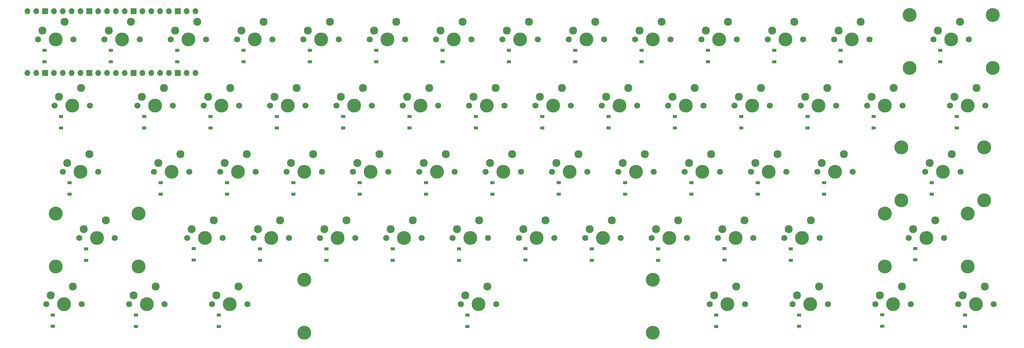
<source format=gbr>
%TF.GenerationSoftware,KiCad,Pcbnew,6.0.6-3a73a75311~116~ubuntu21.10.1*%
%TF.CreationDate,2022-10-26T18:33:10+02:00*%
%TF.ProjectId,Keyboard,4b657962-6f61-4726-942e-6b696361645f,rev?*%
%TF.SameCoordinates,Original*%
%TF.FileFunction,Soldermask,Bot*%
%TF.FilePolarity,Negative*%
%FSLAX46Y46*%
G04 Gerber Fmt 4.6, Leading zero omitted, Abs format (unit mm)*
G04 Created by KiCad (PCBNEW 6.0.6-3a73a75311~116~ubuntu21.10.1) date 2022-10-26 18:33:10*
%MOMM*%
%LPD*%
G01*
G04 APERTURE LIST*
%ADD10C,1.750000*%
%ADD11C,3.987800*%
%ADD12C,2.300000*%
%ADD13O,1.700000X1.700000*%
%ADD14R,1.700000X1.700000*%
%ADD15C,4.000000*%
%ADD16R,1.200000X0.900000*%
G04 APERTURE END LIST*
D10*
%TO.C,SW9*%
X231294900Y-65403300D03*
D11*
X236374900Y-65403300D03*
D10*
X241454900Y-65403300D03*
D12*
X232564900Y-62863300D03*
X238914900Y-60323300D03*
%TD*%
D10*
%TO.C,SW33*%
X169376500Y-103499000D03*
X179536500Y-103499000D03*
D11*
X174456500Y-103499000D03*
D12*
X170646500Y-100959000D03*
X176996500Y-98419000D03*
%TD*%
D10*
%TO.C,SW4*%
X136044900Y-65403300D03*
D11*
X141124900Y-65403300D03*
D10*
X146204900Y-65403300D03*
D12*
X137314900Y-62863300D03*
X143664900Y-60323300D03*
%TD*%
D10*
%TO.C,SW30*%
X112228700Y-103499300D03*
X122388700Y-103499300D03*
D11*
X117308700Y-103499300D03*
D12*
X113498700Y-100959300D03*
X119848700Y-98419300D03*
%TD*%
D10*
%TO.C,SW42*%
X90799000Y-122547800D03*
X100959000Y-122547800D03*
D11*
X95879000Y-122547800D03*
D12*
X92069000Y-120007800D03*
X98419000Y-117467800D03*
%TD*%
D10*
%TO.C,SW25*%
X289075500Y-84450200D03*
X278915500Y-84450200D03*
D11*
X283995500Y-84450200D03*
D12*
X280185500Y-81910200D03*
X286535500Y-79370200D03*
%TD*%
D10*
%TO.C,SW28*%
X340814500Y-84450500D03*
X350974500Y-84450500D03*
D11*
X345894500Y-84450500D03*
D12*
X342084500Y-81910500D03*
X348434500Y-79370500D03*
%TD*%
D11*
%TO.C,SW49*%
X241123500Y-122548100D03*
D10*
X246203500Y-122548100D03*
X236043500Y-122548100D03*
D12*
X237313500Y-120008100D03*
X243663500Y-117468100D03*
%TD*%
D10*
%TO.C,SW12*%
X288444900Y-65403300D03*
D11*
X293524900Y-65403300D03*
D10*
X298604900Y-65403300D03*
D12*
X289714900Y-62863300D03*
X296064900Y-60323300D03*
%TD*%
D11*
%TO.C,SW20*%
X188745500Y-84450200D03*
D10*
X183665500Y-84450200D03*
X193825500Y-84450200D03*
D12*
X184935500Y-81910200D03*
X191285500Y-79370200D03*
%TD*%
D10*
%TO.C,SW11*%
X269394900Y-65403300D03*
X279554900Y-65403300D03*
D11*
X274474900Y-65403300D03*
D12*
X270664900Y-62863300D03*
X277014900Y-60323300D03*
%TD*%
D10*
%TO.C,SW40*%
X312886500Y-103499000D03*
X302726500Y-103499000D03*
D11*
X307806500Y-103499000D03*
D12*
X303996500Y-100959000D03*
X310346500Y-98419000D03*
%TD*%
D13*
%TO.C,U1*%
X75851000Y-57305400D03*
X78391000Y-57305400D03*
D14*
X80931000Y-57305400D03*
D13*
X83471000Y-57305400D03*
X86011000Y-57305400D03*
X88551000Y-57305400D03*
X91091000Y-57305400D03*
D14*
X93631000Y-57305400D03*
D13*
X96171000Y-57305400D03*
X98711000Y-57305400D03*
X101251000Y-57305400D03*
X103791000Y-57305400D03*
D14*
X106331000Y-57305400D03*
D13*
X108871000Y-57305400D03*
X111411000Y-57305400D03*
X113951000Y-57305400D03*
X116491000Y-57305400D03*
D14*
X119031000Y-57305400D03*
D13*
X121571000Y-57305400D03*
X124111000Y-57305400D03*
X124111000Y-75085400D03*
X121571000Y-75085400D03*
D14*
X119031000Y-75085400D03*
D13*
X116491000Y-75085400D03*
X113951000Y-75085400D03*
X111411000Y-75085400D03*
X108871000Y-75085400D03*
D14*
X106331000Y-75085400D03*
D13*
X103791000Y-75085400D03*
X101251000Y-75085400D03*
X98711000Y-75085400D03*
X96171000Y-75085400D03*
D14*
X93631000Y-75085400D03*
D13*
X91091000Y-75085400D03*
X88551000Y-75085400D03*
X86011000Y-75085400D03*
X83471000Y-75085400D03*
D14*
X80931000Y-75085400D03*
D13*
X78391000Y-75085400D03*
X75851000Y-75085400D03*
%TD*%
D10*
%TO.C,SW23*%
X250975500Y-84450200D03*
X240815500Y-84450200D03*
D11*
X245895500Y-84450200D03*
D12*
X242085500Y-81910200D03*
X248435500Y-79370200D03*
%TD*%
D10*
%TO.C,SW31*%
X131277500Y-103499300D03*
D11*
X136357500Y-103499300D03*
D10*
X141437500Y-103499300D03*
D12*
X132547500Y-100959300D03*
X138897500Y-98419300D03*
%TD*%
D11*
%TO.C,SW50*%
X260173500Y-122548100D03*
D10*
X265253500Y-122548100D03*
X255093500Y-122548100D03*
D12*
X256363500Y-120008100D03*
X262713500Y-117468100D03*
%TD*%
D10*
%TO.C,SW51*%
X284303500Y-122548100D03*
D11*
X279223500Y-122548100D03*
D10*
X274143500Y-122548100D03*
D12*
X275413500Y-120008100D03*
X281763500Y-117468100D03*
%TD*%
D10*
%TO.C,SW17*%
X126515500Y-84450200D03*
X136675500Y-84450200D03*
D11*
X131595500Y-84450200D03*
D12*
X127785500Y-81910200D03*
X134135500Y-79370200D03*
%TD*%
D10*
%TO.C,SW38*%
X274786500Y-103499000D03*
D11*
X269706500Y-103499000D03*
D10*
X264626500Y-103499000D03*
D12*
X265896500Y-100959000D03*
X272246500Y-98419000D03*
%TD*%
D10*
%TO.C,SW37*%
X245576500Y-103499000D03*
X255736500Y-103499000D03*
D11*
X250656500Y-103499000D03*
D12*
X246846500Y-100959000D03*
X253196500Y-98419000D03*
%TD*%
D10*
%TO.C,SW55*%
X115245400Y-141596900D03*
X105085400Y-141596900D03*
D11*
X110165400Y-141596900D03*
D12*
X106355400Y-139056900D03*
X112705400Y-136516900D03*
%TD*%
D10*
%TO.C,SW14*%
X346229900Y-65403300D03*
X336069900Y-65403300D03*
D11*
X341149900Y-65403300D03*
D12*
X337339900Y-62863300D03*
X343689900Y-60323300D03*
%TD*%
D11*
%TO.C,SW13*%
X312574900Y-65403300D03*
D10*
X317654900Y-65403300D03*
X307494900Y-65403300D03*
D12*
X308764900Y-62863300D03*
X315114900Y-60323300D03*
%TD*%
D11*
%TO.C,SW27*%
X322083500Y-84450200D03*
D10*
X317003500Y-84450200D03*
X327163500Y-84450200D03*
D12*
X318273500Y-81910200D03*
X324623500Y-79370200D03*
%TD*%
D11*
%TO.C,SW16*%
X112546500Y-84450500D03*
D10*
X117626500Y-84450500D03*
X107466500Y-84450500D03*
D12*
X108736500Y-81910500D03*
X115086500Y-79370500D03*
%TD*%
D10*
%TO.C,SW44*%
X140802100Y-122547800D03*
X150962100Y-122547800D03*
D11*
X145882100Y-122547800D03*
D12*
X142072100Y-120007800D03*
X148422100Y-117467800D03*
%TD*%
D10*
%TO.C,SW43*%
X131913100Y-122548100D03*
X121753100Y-122548100D03*
D11*
X126833100Y-122548100D03*
D12*
X123023100Y-120008100D03*
X129373100Y-117468100D03*
%TD*%
D11*
%TO.C,SW32*%
X155406500Y-103499000D03*
D10*
X150326500Y-103499000D03*
X160486500Y-103499000D03*
D12*
X151596500Y-100959000D03*
X157946500Y-98419000D03*
%TD*%
D11*
%TO.C,SW24*%
X264945500Y-84450200D03*
D10*
X259865500Y-84450200D03*
X270025500Y-84450200D03*
D12*
X261135500Y-81910200D03*
X267485500Y-79370200D03*
%TD*%
D11*
%TO.C,SW46*%
X183973500Y-122548100D03*
D10*
X178893500Y-122548100D03*
X189053500Y-122548100D03*
D12*
X180163500Y-120008100D03*
X186513500Y-117468100D03*
%TD*%
D10*
%TO.C,SW52*%
X303352300Y-122548100D03*
X293192300Y-122548100D03*
D11*
X298272300Y-122548100D03*
D12*
X294462300Y-120008100D03*
X300812300Y-117468100D03*
%TD*%
D11*
%TO.C,SW39*%
X288756500Y-103499000D03*
D10*
X283676500Y-103499000D03*
X293836500Y-103499000D03*
D12*
X284946500Y-100959000D03*
X291296500Y-98419000D03*
%TD*%
D11*
%TO.C,SW15*%
X88735500Y-84450500D03*
D10*
X83655500Y-84450500D03*
X93815500Y-84450500D03*
D12*
X84925500Y-81910500D03*
X91275500Y-79370500D03*
%TD*%
D10*
%TO.C,SW21*%
X202715500Y-84450200D03*
D11*
X207795500Y-84450200D03*
D10*
X212875500Y-84450200D03*
D12*
X203985500Y-81910200D03*
X210335500Y-79370200D03*
%TD*%
D10*
%TO.C,SW8*%
X222404900Y-65403300D03*
D11*
X217324900Y-65403300D03*
D10*
X212244900Y-65403300D03*
D12*
X213514900Y-62863300D03*
X219864900Y-60323300D03*
%TD*%
D11*
%TO.C,SW3*%
X122074900Y-65403300D03*
D10*
X127154900Y-65403300D03*
X116994900Y-65403300D03*
D12*
X118264900Y-62863300D03*
X124614900Y-60323300D03*
%TD*%
D10*
%TO.C,SW29*%
X86035100Y-103499300D03*
D11*
X91115100Y-103499300D03*
D10*
X96195100Y-103499300D03*
D12*
X87305100Y-100959300D03*
X93655100Y-98419300D03*
%TD*%
D10*
%TO.C,SW58*%
X271762400Y-141596900D03*
D11*
X276842400Y-141596900D03*
D10*
X281922400Y-141596900D03*
D12*
X273032400Y-139056900D03*
X279382400Y-136516900D03*
%TD*%
D10*
%TO.C,SW53*%
X339068800Y-122548100D03*
D11*
X333988800Y-122548100D03*
D10*
X328908800Y-122548100D03*
D12*
X330178800Y-120008100D03*
X336528800Y-117468100D03*
%TD*%
D11*
%TO.C,STAB4*%
X345895050Y-130803100D03*
D15*
X345895050Y-115563100D03*
X322082550Y-115563100D03*
D11*
X322082550Y-130803100D03*
%TD*%
D10*
%TO.C,SW61*%
X343195400Y-141596900D03*
D11*
X348275400Y-141596900D03*
D10*
X353355400Y-141596900D03*
D12*
X344465400Y-139056900D03*
X350815400Y-136516900D03*
%TD*%
D11*
%TO.C,SW60*%
X324464400Y-141596900D03*
D10*
X319384400Y-141596900D03*
X329544400Y-141596900D03*
D12*
X320654400Y-139056900D03*
X327004400Y-136516900D03*
%TD*%
D11*
%TO.C,SW18*%
X150645500Y-84450200D03*
D10*
X155725500Y-84450200D03*
X145565500Y-84450200D03*
D12*
X146835500Y-81910200D03*
X153185500Y-79370200D03*
%TD*%
D10*
%TO.C,SW26*%
X308125500Y-84450200D03*
X297965500Y-84450200D03*
D11*
X303045500Y-84450200D03*
D12*
X299235500Y-81910200D03*
X305585500Y-79370200D03*
%TD*%
D11*
%TO.C,STAB1*%
X329225850Y-73656700D03*
D15*
X353038350Y-58416700D03*
D11*
X353038350Y-73656700D03*
D15*
X329225850Y-58416700D03*
%TD*%
D11*
%TO.C,SW54*%
X86354600Y-141596600D03*
D10*
X81274600Y-141596600D03*
X91434600Y-141596600D03*
D12*
X82544600Y-139056600D03*
X88894600Y-136516600D03*
%TD*%
D10*
%TO.C,SW2*%
X108104900Y-65403300D03*
D11*
X103024900Y-65403300D03*
D10*
X97944900Y-65403300D03*
D12*
X99214900Y-62863300D03*
X105564900Y-60323300D03*
%TD*%
D11*
%TO.C,SW36*%
X231606500Y-103499000D03*
D10*
X226526500Y-103499000D03*
X236686500Y-103499000D03*
D12*
X227796500Y-100959000D03*
X234146500Y-98419000D03*
%TD*%
D10*
%TO.C,SW5*%
X155094900Y-65403300D03*
X165254900Y-65403300D03*
D11*
X160174900Y-65403300D03*
D12*
X156364900Y-62863300D03*
X162714900Y-60323300D03*
%TD*%
D11*
%TO.C,SW57*%
X205409400Y-141596900D03*
D10*
X210489400Y-141596900D03*
X200329400Y-141596900D03*
D12*
X201599400Y-139056900D03*
X207949400Y-136516900D03*
%TD*%
D10*
%TO.C,SW35*%
X217636500Y-103499000D03*
X207476500Y-103499000D03*
D11*
X212556500Y-103499000D03*
D12*
X208746500Y-100959000D03*
X215096500Y-98419000D03*
%TD*%
D10*
%TO.C,SW19*%
X164615500Y-84450200D03*
X174775500Y-84450200D03*
D11*
X169695500Y-84450200D03*
D12*
X165885500Y-81910200D03*
X172235500Y-79370200D03*
%TD*%
D10*
%TO.C,SW59*%
X305732100Y-141596600D03*
X295572100Y-141596600D03*
D11*
X300652100Y-141596600D03*
D12*
X296842100Y-139056600D03*
X303192100Y-136516600D03*
%TD*%
D11*
%TO.C,SW48*%
X222073500Y-122548100D03*
D10*
X227153500Y-122548100D03*
X216993500Y-122548100D03*
D12*
X218263500Y-120008100D03*
X224613500Y-117468100D03*
%TD*%
D11*
%TO.C,SW10*%
X255424900Y-65403300D03*
D10*
X260504900Y-65403300D03*
X250344900Y-65403300D03*
D12*
X251614900Y-62863300D03*
X257964900Y-60323300D03*
%TD*%
D11*
%TO.C,SW22*%
X226845500Y-84450200D03*
D10*
X231925500Y-84450200D03*
X221765500Y-84450200D03*
D12*
X223035500Y-81910200D03*
X229385500Y-79370200D03*
%TD*%
D15*
%TO.C,STAB3*%
X107785050Y-115563100D03*
D11*
X107785050Y-130803100D03*
X83972550Y-130803100D03*
D15*
X83972550Y-115563100D03*
%TD*%
D10*
%TO.C,SW34*%
X198586500Y-103499000D03*
X188426500Y-103499000D03*
D11*
X193506500Y-103499000D03*
D12*
X189696500Y-100959000D03*
X196046500Y-98419000D03*
%TD*%
D11*
%TO.C,STAB2*%
X350657250Y-111754300D03*
D15*
X350657250Y-96514300D03*
D11*
X326844750Y-111754300D03*
D15*
X326844750Y-96514300D03*
%TD*%
D11*
%TO.C,SW45*%
X164930700Y-122548100D03*
D10*
X159850700Y-122548100D03*
X170010700Y-122548100D03*
D12*
X161120700Y-120008100D03*
X167470700Y-117468100D03*
%TD*%
D10*
%TO.C,SW7*%
X203354900Y-65403300D03*
X193194900Y-65403300D03*
D11*
X198274900Y-65403300D03*
D12*
X194464900Y-62863300D03*
X200814900Y-60323300D03*
%TD*%
D11*
%TO.C,REF\u002A\u002A*%
X155403150Y-149851900D03*
D15*
X255415650Y-134611900D03*
X155403150Y-134611900D03*
D11*
X255415650Y-149851900D03*
%TD*%
D10*
%TO.C,SW41*%
X343831000Y-103499300D03*
D11*
X338751000Y-103499300D03*
D10*
X333671000Y-103499300D03*
D12*
X334941000Y-100959300D03*
X341291000Y-98419300D03*
%TD*%
D10*
%TO.C,SW1*%
X78894900Y-65403300D03*
D11*
X83974900Y-65403300D03*
D10*
X89054900Y-65403300D03*
D12*
X80164900Y-62863300D03*
X86514900Y-60323300D03*
%TD*%
D10*
%TO.C,SW6*%
X184304900Y-65403300D03*
D11*
X179224900Y-65403300D03*
D10*
X174144900Y-65403300D03*
D12*
X175414900Y-62863300D03*
X181764900Y-60323300D03*
%TD*%
D10*
%TO.C,SW47*%
X208103500Y-122548100D03*
X197943500Y-122548100D03*
D11*
X203023500Y-122548100D03*
D12*
X199213500Y-120008100D03*
X205563500Y-117468100D03*
%TD*%
D10*
%TO.C,SW56*%
X139056400Y-141596900D03*
D11*
X133976400Y-141596900D03*
D10*
X128896400Y-141596900D03*
D12*
X130166400Y-139056900D03*
X136516400Y-136516900D03*
%TD*%
D16*
%TO.C,D61*%
X345100400Y-148009400D03*
X345100400Y-144709400D03*
%TD*%
%TO.C,D19*%
X166520500Y-90862700D03*
X166520500Y-87562700D03*
%TD*%
%TO.C,D5*%
X156999900Y-71815800D03*
X156999900Y-68515800D03*
%TD*%
%TO.C,D16*%
X109371500Y-90863000D03*
X109371500Y-87563000D03*
%TD*%
%TO.C,D52*%
X295097300Y-128960600D03*
X295097300Y-125660600D03*
%TD*%
%TO.C,D8*%
X214149900Y-71815800D03*
X214149900Y-68515800D03*
%TD*%
%TO.C,D44*%
X142707100Y-128960300D03*
X142707100Y-125660300D03*
%TD*%
%TO.C,D22*%
X223670500Y-90862700D03*
X223670500Y-87562700D03*
%TD*%
%TO.C,D42*%
X92704000Y-128960300D03*
X92704000Y-125660300D03*
%TD*%
%TO.C,D25*%
X280820500Y-90862700D03*
X280820500Y-87562700D03*
%TD*%
%TO.C,D24*%
X261770500Y-90862700D03*
X261770500Y-87562700D03*
%TD*%
%TO.C,D50*%
X256998500Y-128960600D03*
X256998500Y-125660600D03*
%TD*%
%TO.C,D45*%
X161755700Y-128960600D03*
X161755700Y-125660600D03*
%TD*%
%TO.C,D34*%
X190331500Y-109911500D03*
X190331500Y-106611500D03*
%TD*%
%TO.C,D41*%
X335576200Y-109911500D03*
X335576200Y-106611500D03*
%TD*%
%TO.C,D18*%
X147470500Y-90862700D03*
X147470500Y-87562700D03*
%TD*%
%TO.C,D2*%
X99849900Y-71815800D03*
X99849900Y-68515800D03*
%TD*%
%TO.C,D3*%
X118899900Y-71815800D03*
X118899900Y-68515800D03*
%TD*%
%TO.C,D55*%
X106990400Y-148009400D03*
X106990400Y-144709400D03*
%TD*%
%TO.C,D11*%
X271299900Y-71815800D03*
X271299900Y-68515800D03*
%TD*%
%TO.C,D13*%
X309399900Y-71815800D03*
X309399900Y-68515800D03*
%TD*%
%TO.C,D15*%
X85560500Y-90863000D03*
X85560500Y-87563000D03*
%TD*%
%TO.C,D49*%
X237948500Y-128960600D03*
X237948500Y-125660600D03*
%TD*%
%TO.C,D31*%
X133182500Y-109911800D03*
X133182500Y-106611800D03*
%TD*%
%TO.C,D38*%
X266531500Y-109911500D03*
X266531500Y-106611500D03*
%TD*%
%TO.C,D26*%
X299870500Y-90862700D03*
X299870500Y-87562700D03*
%TD*%
%TO.C,D46*%
X180798500Y-128960600D03*
X180798500Y-125660600D03*
%TD*%
%TO.C,D35*%
X209381500Y-109911500D03*
X209381500Y-106611500D03*
%TD*%
%TO.C,D17*%
X128420500Y-90862700D03*
X128420500Y-87562700D03*
%TD*%
%TO.C,D10*%
X252249900Y-71815800D03*
X252249900Y-68515800D03*
%TD*%
%TO.C,D20*%
X185570500Y-90862700D03*
X185570500Y-87562700D03*
%TD*%
%TO.C,D21*%
X204620500Y-90862700D03*
X204620500Y-87562700D03*
%TD*%
%TO.C,D1*%
X80799900Y-71815800D03*
X80799900Y-68515800D03*
%TD*%
%TO.C,D27*%
X318908500Y-90862700D03*
X318908500Y-87562700D03*
%TD*%
%TO.C,D48*%
X218898500Y-128898100D03*
X218898500Y-125598100D03*
%TD*%
%TO.C,D23*%
X242720500Y-90862700D03*
X242720500Y-87562700D03*
%TD*%
%TO.C,D56*%
X130801400Y-148009400D03*
X130801400Y-144709400D03*
%TD*%
%TO.C,D28*%
X342719500Y-90862700D03*
X342719500Y-87562700D03*
%TD*%
%TO.C,D6*%
X176049900Y-71815800D03*
X176049900Y-68515800D03*
%TD*%
%TO.C,D33*%
X171281500Y-109911500D03*
X171281500Y-106611500D03*
%TD*%
%TO.C,D40*%
X304631500Y-109911500D03*
X304631500Y-106611500D03*
%TD*%
%TO.C,D54*%
X83179600Y-148009100D03*
X83179600Y-144709100D03*
%TD*%
%TO.C,D39*%
X285581500Y-109911500D03*
X285581500Y-106611500D03*
%TD*%
%TO.C,D29*%
X87940100Y-109911800D03*
X87940100Y-106611800D03*
%TD*%
%TO.C,D60*%
X321289400Y-147946900D03*
X321289400Y-144646900D03*
%TD*%
%TO.C,D37*%
X247481500Y-109911500D03*
X247481500Y-106611500D03*
%TD*%
%TO.C,D4*%
X137949900Y-71815800D03*
X137949900Y-68515800D03*
%TD*%
%TO.C,D14*%
X337974900Y-71815800D03*
X337974900Y-68515800D03*
%TD*%
%TO.C,D47*%
X199848500Y-128960600D03*
X199848500Y-125660600D03*
%TD*%
%TO.C,D12*%
X290349900Y-71815800D03*
X290349900Y-68515800D03*
%TD*%
%TO.C,D57*%
X202234400Y-148009400D03*
X202234400Y-144709400D03*
%TD*%
%TO.C,D59*%
X297477100Y-148009100D03*
X297477100Y-144709100D03*
%TD*%
%TO.C,D30*%
X114133700Y-109911800D03*
X114133700Y-106611800D03*
%TD*%
%TO.C,D53*%
X330821400Y-128873800D03*
X330821400Y-125573800D03*
%TD*%
%TO.C,D9*%
X233199900Y-71815800D03*
X233199900Y-68515800D03*
%TD*%
%TO.C,D51*%
X276048500Y-128898100D03*
X276048500Y-125598100D03*
%TD*%
%TO.C,D58*%
X273667400Y-148009400D03*
X273667400Y-144709400D03*
%TD*%
%TO.C,D36*%
X228431500Y-109911500D03*
X228431500Y-106611500D03*
%TD*%
%TO.C,D7*%
X195099900Y-71815800D03*
X195099900Y-68515800D03*
%TD*%
%TO.C,D43*%
X123658100Y-128898100D03*
X123658100Y-125598100D03*
%TD*%
%TO.C,D32*%
X152231500Y-109911500D03*
X152231500Y-106611500D03*
%TD*%
M02*

</source>
